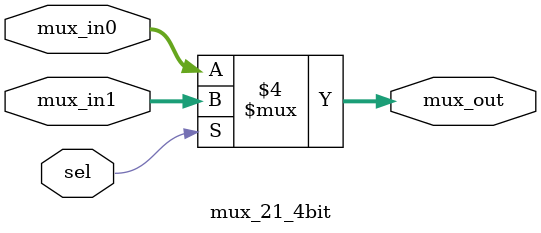
<source format=v>
module mux_21_4bit(mux_in0, mux_in1, sel, mux_out);

//Declare inputs/outputs
input sel;
input [3:0] mux_in0;
input [3:0] mux_in1;
output [3:0] mux_out;

reg [3:0] mux_out;

always @ (*) begin

	if (sel == 0) begin
		mux_out = mux_in0;
	end
	else begin
		mux_out = mux_in1;
	end
	
end

endmodule

</source>
